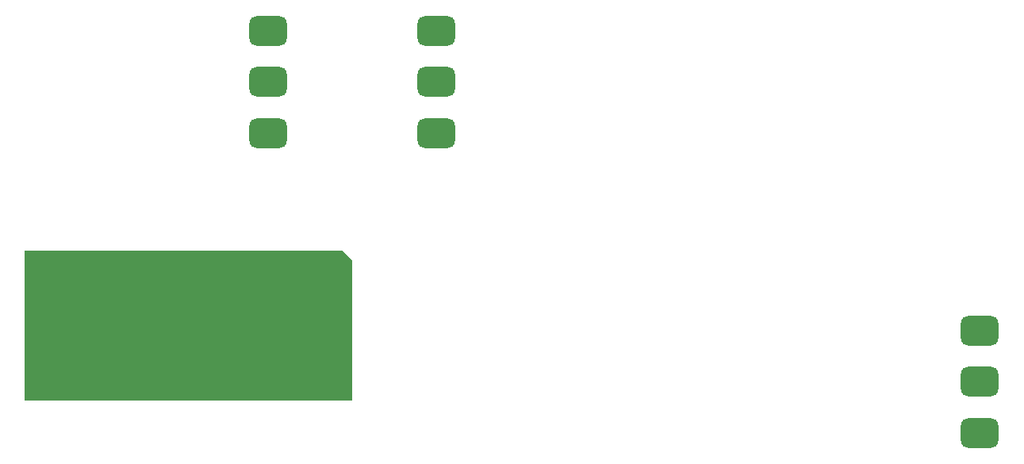
<source format=gbl>
G04*
G04 #@! TF.GenerationSoftware,Altium Limited,Altium Designer,20.1.14 (287)*
G04*
G04 Layer_Physical_Order=2*
G04 Layer_Color=16711680*
%FSLAX25Y25*%
%MOIN*%
G70*
G04*
G04 #@! TF.SameCoordinates,7EF2F56A-1C26-44AA-8ACF-2970D4F7F29B*
G04*
G04*
G04 #@! TF.FilePolarity,Positive*
G04*
G01*
G75*
G04:AMPARAMS|DCode=14|XSize=157.48mil|YSize=125.98mil|CornerRadius=31.5mil|HoleSize=0mil|Usage=FLASHONLY|Rotation=0.000|XOffset=0mil|YOffset=0mil|HoleType=Round|Shape=RoundedRectangle|*
%AMROUNDEDRECTD14*
21,1,0.15748,0.06299,0,0,0.0*
21,1,0.09449,0.12598,0,0,0.0*
1,1,0.06299,0.04724,-0.03150*
1,1,0.06299,-0.04724,-0.03150*
1,1,0.06299,-0.04724,0.03150*
1,1,0.06299,0.04724,0.03150*
%
%ADD14ROUNDEDRECTD14*%
G36*
X295276Y177165D02*
Y118110D01*
X157480D01*
Y181102D01*
X291339D01*
X295276Y177165D01*
D02*
G37*
D14*
X559055Y147402D02*
D03*
Y125984D02*
D03*
Y104567D02*
D03*
X330709Y273386D02*
D03*
Y251969D02*
D03*
Y230551D02*
D03*
X259842Y273386D02*
D03*
Y251969D02*
D03*
Y230551D02*
D03*
M02*

</source>
